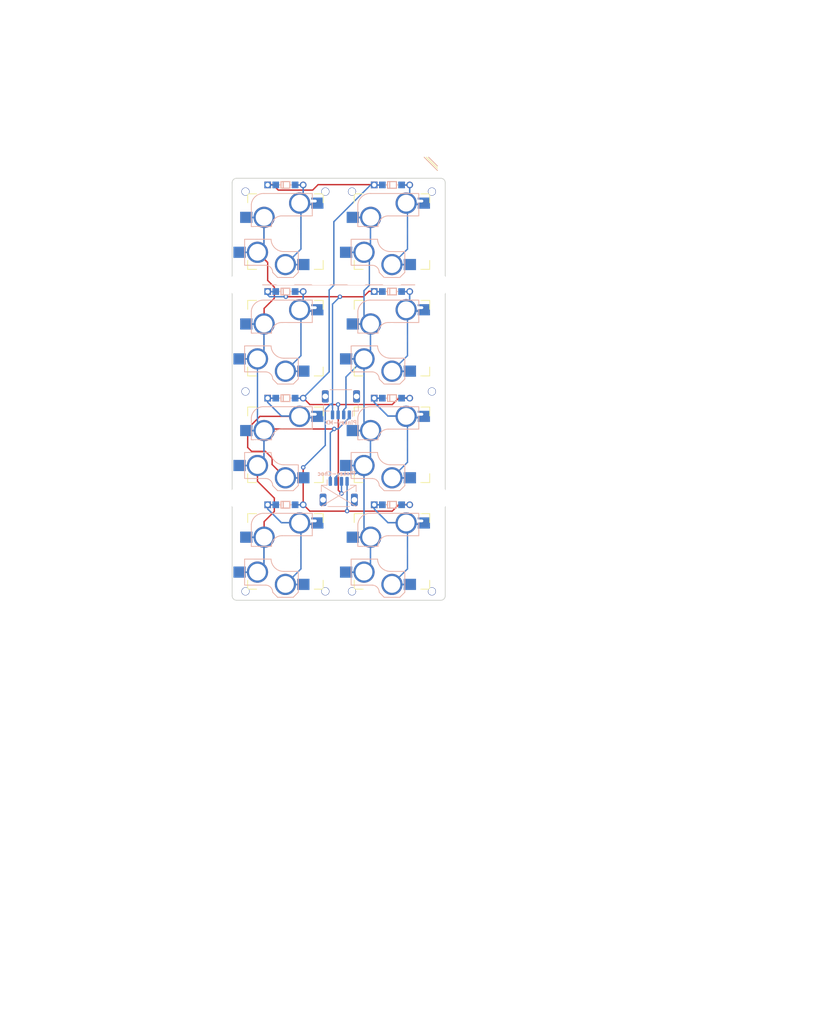
<source format=kicad_pcb>
(kicad_pcb (version 20210228) (generator pcbnew)
  (title_block (rev "1") (company "@e3w2q"))
  (layers (0 "F.Cu" signal) (31 "B.Cu" signal) (34 "B.Paste" user) (35 "F.Paste" user) (36 "B.SilkS" user "B.Silkscreen") (37 "F.SilkS" user "F.Silkscreen") (38 "B.Mask" user) (39 "F.Mask" user) (44 "Edge.Cuts" user))
  (net 0 "")
  (footprint "#footprint:M1.4_tapping_Hole_rev2" (layer "F.Cu") (at 124.077551 98.8711)
    (fp_text reference "H46" hide)
    (fp_text value "MountingHole" hide)
  )
  (footprint "#footprint:diode_TH_SMD_rev3" (layer "F.Cu") (at 112.171251 45.293025)
    (fp_text reference "D17")
    (fp_text value "D" hide)
  )
  (footprint "#footprint:CherryMX_Choc_Hotswap_rev9_test" (layer "F.Cu") (at 112.171251 72.6774)
    (fp_text reference "SW33" hide)
    (fp_text value "SW_Push" hide)
  )
  (footprint "#footprint:diode_TH_SMD_rev3" (layer "F.Cu") (at 131.221251 26.243025)
    (fp_text reference "D14")
    (fp_text value "D" hide)
  )
  (footprint "#footprint:M1.4_tapping_Hole_rev2" (layer "F.Cu") (at 119.315001 98.87115)
    (fp_text reference "H45" hide)
    (fp_text value "MountingHole" hide)
  )
  (footprint "#footprint:CherryMX_Choc_Hotswap_rev9_test" (layer "F.Cu") (at 131.221251 91.7274)
    (fp_text reference "SW38" hide)
    (fp_text value "SW_Push" hide)
  )
  (footprint "#footprint:M2_Nut_Hole_rev2" (layer "F.Cu") (at 105.027501 44.1024)
    (fp_text reference "H12")
    (fp_text value "MountingHole")
  )
  (footprint "#footprint:M1.4_tapping_Hole_rev2" (layer "F.Cu") (at 138.365051 98.8711)
    (fp_text reference "H47" hide)
    (fp_text value "MountingHole" hide)
  )
  (footprint "#footprint:M1.4_tapping_Hole_rev2" (layer "F.Cu") (at 105.027551 98.8711)
    (fp_text reference "H44" hide)
    (fp_text value "MountingHole" hide)
  )
  (footprint "#footprint:diode_TH_SMD_rev3" (layer "F.Cu") (at 112.171251 64.343025)
    (fp_text reference "D33")
    (fp_text value "D" hide)
  )
  (footprint "#footprint:diode_TH_SMD_rev3" (layer "F.Cu") (at 131.221251 83.393025)
    (fp_text reference "D38")
    (fp_text value "D" hide)
  )
  (footprint "#footprint:CherryMX_Choc_Hotswap_rev9_test" (layer "F.Cu") (at 131.221251 34.5774)
    (fp_text reference "SW14" hide)
    (fp_text value "SW_Push" hide)
  )
  (footprint "#footprint:Slit" (layer "F.Cu") (at 118.521251 43.507158 90)
    (fp_text reference "H86")
    (fp_text value "MountingHole")
  )
  (footprint "#footprint:M2_Nut_Hole_rev2" (layer "F.Cu") (at 138.365001 44.1024)
    (fp_text reference "H9")
    (fp_text value "MountingHole")
  )
  (footprint "#footprint:CherryMX_Choc_Hotswap_rev9_test" (layer "F.Cu") (at 112.171251 53.6274)
    (fp_text reference "SW17" hide)
    (fp_text value "SW_Push" hide)
  )
  (footprint "#footprint:CherryMX_Choc_Hotswap_rev9_test" (layer "F.Cu") (at 131.221251 53.6274)
    (fp_text reference "SW18" hide)
    (fp_text value "SW_Push" hide)
  )
  (footprint "#footprint:diode_TH_SMD_rev3" (layer "F.Cu") (at 131.221251 45.293025)
    (fp_text reference "D18")
    (fp_text value "D" hide)
  )
  (footprint "#footprint:Slit" (layer "F.Cu") (at 124.871251 43.507158 90)
    (fp_text reference "H87")
    (fp_text value "MountingHole")
  )
  (footprint "#footprint:M1.4_tapping_Hole_rev2" (layer "F.Cu") (at 105.027551 27.4336)
    (fp_text reference "H34" hide)
    (fp_text value "MountingHole" hide)
  )
  (footprint "#footprint:M1.4_tapping_Hole_rev2" (layer "F.Cu") (at 138.365259 63.15252)
    (fp_text reference "H123" hide)
    (fp_text value "MountingHole" hide)
  )
  (footprint "#footprint:M1.4_tapping_Hole_rev2" (layer "F.Cu") (at 119.315001 27.43365)
    (fp_text reference "H32" hide)
    (fp_text value "MountingHole" hide)
  )
  (footprint "#footprint:Slit" (layer "F.Cu") (at 131.221251 43.507158 90)
    (fp_text reference "H88")
    (fp_text value "MountingHole")
  )
  (footprint "#footprint:M1.4_tapping_Hole_rev2" (layer "F.Cu") (at 124.077501 27.43365)
    (fp_text reference "H33" hide)
    (fp_text value "MountingHole" hide)
  )
  (footprint "#footprint:diode_TH_SMD_rev3" (layer "F.Cu") (at 131.221251 64.343025)
    (fp_text reference "D34")
    (fp_text value "D" hide)
  )
  (footprint "#footprint:M1.4_tapping_Hole_rev2" (layer "F.Cu") (at 105.027501 63.1524)
    (fp_text reference "H122" hide)
    (fp_text value "MountingHole" hide)
  )
  (footprint "#footprint:M2_Nut_Hole_rev2" (layer "F.Cu") (at 105.027501 82.2024)
    (fp_text reference "H11")
    (fp_text value "MountingHole")
  )
  (footprint "#footprint:M1.4_tapping_Hole_rev2" (layer "F.Cu") (at 138.365051 27.4336)
    (fp_text reference "H35" hide)
    (fp_text value "MountingHole" hide)
  )
  (footprint "#footprint:diode_TH_SMD_rev3" (layer "F.Cu") (at 112.171251 83.393025)
    (fp_text reference "D37")
    (fp_text value "D" hide)
  )
  (footprint "#footprint:M1.4_tapping_Hole_rev2" (layer "F.Cu") (at 72.628125 68.2625)
    (fp_text reference "H122" hide)
    (fp_text value "MountingHole" hide)
  )
  (footprint "#footprint:CherryMX_Choc_Hotswap_rev9_test" (layer "F.Cu") (at 112.171251 91.7274)
    (fp_text reference "SW37" hide)
    (fp_text value "SW_Push" hide)
  )
  (footprint "#footprint:diode_TH_SMD_rev3" (layer "F.Cu") (at 112.171251 26.243025)
    (fp_text reference "D13")
    (fp_text value "D" hide)
  )
  (footprint "#footprint:Slit" (layer "F.Cu") (at 112.171251 43.507158 90)
    (fp_text reference "H85")
    (fp_text value "MountingHole")
  )
  (footprint "#footprint:CherryMX_Choc_Hotswap_rev9_test" (layer "F.Cu") (at 112.171251 34.5774)
    (fp_text reference "SW13" hide)
    (fp_text value "SW_Push" hide)
  )
  (footprint "#footprint:M2_Nut_Hole_rev2" (layer "F.Cu") (at 138.365051 82.2024)
    (fp_text reference "H10")
    (fp_text value "MountingHole")
  )
  (footprint "#footprint:CherryMX_Choc_Hotswap_rev9_test" (layer "F.Cu") (at 131.221251 72.6774)
    (fp_text reference "SW34" hide)
    (fp_text value "SW_Push" hide)
  )
  (footprint "#footprint:JST_SH_BM03B-SRSS-TB_1x04-1MP_P1.00mm_Vertical" (layer "B.Cu") (at 122.093126 65.53365 180)
    (fp_text reference "J8")
    (fp_text value "Conn_01x04")
  )
  (footprint "#footprint:JST_SH_BM03B-SRSS-TB_1x04-1MP_P1.00mm_Vertical" (layer "B.Cu") (at 121.696251 81.011775)
    (fp_text reference "J9")
    (fp_text value "Conn_01x04")
  )
  (gr_line (start 137.769689 21.282088) (end 139.357189 22.869588) (layer "B.SilkS") (width 0.15))
  (gr_line (start 105.424551 44.102472) (end 135.587127 44.102472) (layer "B.SilkS") (width 0.15))
  (gr_line (start 136.975939 21.282088) (end 139.357189 23.663338) (layer "B.SilkS") (width 0.15))
  (gr_line (start 136.975939 21.282088) (end 139.357189 23.663338) (layer "F.SilkS") (width 0.15))
  (gr_line (start 137.769689 21.282088) (end 139.357189 22.869588) (layer "F.SilkS") (width 0.15))
  (gr_line (start 137.372814 21.282088) (end 139.357189 23.266463) (layer "F.SilkS") (width 0.15))
  (gr_line (start 102.646251 25.84615) (end 102.646251 99.6649) (layer "Edge.Cuts") (width 0.15))
  (gr_arc (start 103.440001 99.6649) (end 102.646251 99.6649) (angle -90) (layer "Edge.Cuts") (width 0.15))
  (gr_line (start 140.746251 99.6649) (end 140.746251 25.84615) (layer "Edge.Cuts") (width 0.15))
  (gr_arc (start 139.952501 99.6649) (end 140.746251 99.6649) (angle 90) (layer "Edge.Cuts") (width 0.15))
  (gr_arc (start 139.952501 25.84615) (end 139.952501 25.0524) (angle 90) (layer "Edge.Cuts") (width 0.15))
  (gr_line (start 103.440001 100.45865) (end 139.952501 100.45865) (layer "Edge.Cuts") (width 0.15))
  (gr_arc (start 103.440001 25.84615) (end 103.440001 25.0524) (angle -90) (layer "Edge.Cuts") (width 0.15))
  (gr_line (start 139.952501 25.0524) (end 103.440001 25.0524) (layer "Edge.Cuts") (width 0.15))
  (gr_text "Pinkey-Choc" (at 121.299376 77.836775) (layer "B.SilkS") (effects (font (size 0.7 0.7)) (justify mirror)))
  (gr_text "Pinkey-MX" (at 122.093343 68.708784) (layer "B.SilkS") (effects (font (size 0.7 0.7)) (justify mirror)))
  (segment (start 123.183358 84.534375) (end 116.534876 84.534375) (width 0.25) (layer "F.Cu") (net 0))
  (segment (start 123.208056 84.534375) (end 131.271876 84.534375) (width 0.25) (layer "F.Cu") (net 0))
  (segment (start 109.921176 26.195375) (end 108.995876 26.195375) (width 0.25) (layer "F.Cu") (net 0))
  (segment (start 118.012376 26.195375) (end 117.040215 27.167536) (width 0.25) (layer "F.Cu") (net 0))
  (segment (start 108.996251 40.1024) (end 108.599376 39.705525) (width 0.25) (layer "F.Cu") (net 0))
  (segment (start 121.91512 46.227225) (end 126.138726 46.227225) (width 0.25) (layer "F.Cu") (net 0))
  (segment (start 116.534876 84.534375) (end 115.345876 83.345375) (width 0.25) (layer "F.Cu") (net 0))
  (segment (start 105.424376 73.154017) (end 105.424376 69.781998) (width 0.25) (layer "F.Cu") (net 0))
  (segment (start 121.590124 65.484375) (end 116.534876 65.484375) (width 0.25) (layer "F.Cu") (net 0))
  (segment (start 123.195707 84.522026) (end 123.208056 84.534375) (width 0.25) (layer "F.Cu") (net 0))
  (segment (start 110.186876 82.2024) (end 110.186876 84.58365) (width 0.25) (layer "F.Cu") (net 0))
  (segment (start 121.596128 65.484375) (end 131.271876 65.484375) (width 0.25) (layer "F.Cu") (net 0))
  (segment (start 108.361251 48.309275) (end 110.186876 46.48365) (width 0.25) (layer "F.Cu") (net 0))
  (segment (start 120.892332 69.853875) (end 108.596776 69.853875) (width 0.25) (layer "F.Cu") (net 0))
  (segment (start 110.186876 84.58365) (end 108.361251 86.409275) (width 0.25) (layer "F.Cu") (net 0))
  (segment (start 110.186876 44.499275) (end 108.996251 43.30865) (width 0.25) (layer "F.Cu") (net 0))
  (segment (start 109.790001 76.19615) (end 109.790001 75.05865) (width 0.25) (layer "F.Cu") (net 0))
  (segment (start 108.996251 43.30865) (end 108.996251 40.1024) (width 0.25) (layer "F.Cu") (net 0))
  (segment (start 112.171251 78.5774) (end 109.790001 76.19615) (width 0.25) (layer "F.Cu") (net 0))
  (segment (start 122.196365 81.376056) (end 121.627012 80.806703) (width 0.25) (layer "F.Cu") (net 0))
  (segment (start 120.902501 69.843706) (end 120.892332 69.853875) (width 0.25) (layer "F.Cu") (net 0))
  (segment (start 127.120576 45.245375) (end 128.045876 45.245375) (width 0.25) (layer "F.Cu") (net 0))
  (segment (start 108.361251 86.409275) (end 108.361251 89.1874) (width 0.25) (layer "F.Cu") (net 0))
  (segment (start 121.627012 65.515259) (end 121.593126 65.481373) (width 0.25) (layer "F.Cu") (net 0))
  (segment (start 116.534876 65.484375) (end 115.345876 64.295375) (width 0.25) (layer "F.Cu") (net 0))
  (segment (start 121.627012 80.806703) (end 121.627012 65.515259) (width 0.25) (layer "F.Cu") (net 0))
  (segment (start 108.596776 69.853875) (end 108.360876 70.089775) (width 0.25) (layer "F.Cu") (net 0))
  (segment (start 126.138726 46.227225) (end 127.120576 45.245375) (width 0.25) (layer "F.Cu") (net 0))
  (segment (start 105.424376 69.781998) (end 107.608974 67.5974) (width 0.25) (layer "F.Cu") (net 0))
  (segment (start 106.12228 73.851921) (end 105.424376 73.154017) (width 0.25) (layer "F.Cu") (net 0))
  (segment (start 132.460876 83.345375) (end 134.395876 83.345375) (width 0.25) (layer "F.Cu") (net 0))
  (segment (start 107.171251 79.186775) (end 110.186876 82.2024) (width 0.25) (layer "F.Cu") (net 0))
  (segment (start 132.460876 64.295375) (end 134.395876 64.295375) (width 0.25) (layer "F.Cu") (net 0))
  (segment (start 121.593126 65.481373) (end 121.596128 65.484375) (width 0.25) (layer "F.Cu") (net 0))
  (segment (start 110.893337 27.167536) (end 109.921176 26.195375) (width 0.25) (layer "F.Cu") (net 0))
  (segment (start 131.271876 65.484375) (end 132.460876 64.295375) (width 0.25) (layer "F.Cu") (net 0))
  (segment (start 131.271876 84.534375) (end 132.460876 83.345375) (width 0.25) (layer "F.Cu") (net 0))
  (segment (start 128.045876 26.195375) (end 118.012376 26.195375) (width 0.25) (layer "F.Cu") (net 0))
  (segment (start 115.346251 76.730865) (end 115.346251 83.393025) (width 0.25) (layer "F.Cu") (net 0))
  (segment (start 110.186876 46.48365) (end 110.186876 44.499275) (width 0.25) (layer "F.Cu") (net 0))
  (segment (start 123.195707 84.522026) (end 123.183358 84.534375) (width 0.25) (layer "F.Cu") (net 0))
  (segment (start 108.996251 40.1024) (end 107.171251 38.2774) (width 0.25) (layer "F.Cu") (net 0))
  (segment (start 107.608974 67.5974) (end 114.711251 67.5974) (width 0.25) (layer "F.Cu") (net 0))
  (segment (start 115.354147 76.722969) (end 115.346251 76.730865) (width 0.25) (layer "F.Cu") (net 0))
  (segment (start 117.040215 27.167536) (end 110.893337 27.167536) (width 0.25) (layer "F.Cu") (net 0))
  (segment (start 108.583272 73.851921) (end 106.12228 73.851921) (width 0.25) (layer "F.Cu") (net 0))
  (segment (start 108.361251 51.0874) (end 108.361251 48.309275) (width 0.25) (layer "F.Cu") (net 0))
  (segment (start 121.593126 65.481373) (end 121.590124 65.484375) (width 0.25) (layer "F.Cu") (net 0))
  (segment (start 121.905431 46.217536) (end 112.239197 46.217536) (width 0.25) (layer "F.Cu") (net 0))
  (segment (start 107.171251 76.3774) (end 107.171251 79.186775) (width 0.25) (layer "F.Cu") (net 0))
  (segment (start 121.91512 46.227225) (end 121.905431 46.217536) (width 0.25) (layer "F.Cu") (net 0))
  (segment (start 109.790001 75.05865) (end 108.583272 73.851921) (width 0.25) (layer "F.Cu") (net 0))
  (via (at 121.91512 46.227225) (size 0.8) (drill 0.4) (layers "F.Cu" "B.Cu") (net 0))
  (via (at 120.902501 69.843706) (size 0.8) (drill 0.4) (layers "F.Cu" "B.Cu") (net 0))
  (via (at 121.593126 65.481373) (size 0.8) (drill 0.4) (layers "F.Cu" "B.Cu") (net 0))
  (via (at 115.354147 76.722969) (size 0.8) (drill 0.4) (layers "F.Cu" "B.Cu") (net 0))
  (via (at 122.196365 81.376056) (size 0.8) (drill 0.4) (layers "F.Cu" "B.Cu") (net 0))
  (via (at 123.195707 84.522026) (size 0.8) (drill 0.4) (layers "F.Cu" "B.Cu") (net 0))
  (via (at 112.239197 46.217536) (size 0.8) (drill 0.4) (layers "F.Cu" "B.Cu") (net 0))
  (segment (start 131.283976 59.542875) (end 131.220876 59.479775) (width 0.25) (layer "B.Cu") (net 0))
  (segment (start 132.920876 83.408575) (end 134.370876 83.408575) (width 0.25) (layer "B.Cu") (net 0))
  (segment (start 130.506501 86.599775) (end 128.045876 84.13915) (width 0.25) (layer "B.Cu") (net 0))
  (segment (start 116.980976 86.867375) (end 116.985476 86.867375) (width 0.25) (layer "B.Cu") (net 0))
  (segment (start 128.045876 84.13915) (end 128.045876 83.3454) (width 0.25) (layer "B.Cu") (net 0))
  (segment (start 131.220876 78.592875) (end 134.385876 78.592875) (width 0.25) (layer "B.Cu") (net 0))
  (segment (start 133.940376 48.767375) (end 133.735876 48.562875) (width 0.25) (layer "B.Cu") (net 0))
  (segment (start 128.020876 64.358575) (end 128.109076 64.358575) (width 0.25) (layer "B.Cu") (net 0))
  (segment (start 124.220876 31.989775) (end 124.220876 32.052875) (width 0.25) (layer "B.Cu") (net 0))
  (segment (start 103.970876 76.329775) (end 103.970876 76.392875) (width 0.25) (layer "B.Cu") (net 0))
  (segment (start 112.145876 78.5929) (end 115.335876 78.5929) (width 0.25) (layer "B.Cu") (net 0))
  (segment (start 136.062176 48.767375) (end 136.098076 48.767375) (width 0.25) (layer "B.Cu") (net 0))
  (segment (start 108.335876 70.916275) (end 108.360876 70.891275) (width 0.25) (layer "B.Cu") (net 0))
  (segment (start 134.385876 97.642875) (end 134.395876 97.632875) (width 0.25) (layer "B.Cu") (net 0))
  (segment (start 121.593126 65.532125) (end 121.592776 65.532475) (width 0.25) (layer "B.Cu") (net 0))
  (segment (start 136.028476 86.867375) (end 136.030676 86.867375) (width 0.25) (layer "B.Cu") (net 0))
  (segment (start 131.195876 40.4929) (end 134.385876 40.4929) (width 0.25) (layer "B.Cu") (net 0))
  (segment (start 108.335876 37.1029) (end 108.335876 32.0529) (width 0.25) (layer "B.Cu") (net 0))
  (segment (start 115.345876 26.1954) (end 115.345876 28.814775) (width 0.25) (layer "B.Cu") (net 0))
  (segment (start 132.920876 45.308575) (end 133.009076 45.308575) (width 0.25) (layer "B.Cu") (net 0))
  (segment (start 116.985476 48.767375) (end 116.994476 48.767375) (width 0.25) (layer "B.Cu") (net 0))
  (segment (start 117.048376 29.717375) (end 117.192176 29.717375) (width 0.25) (layer "B.Cu") (net 0))
  (segment (start 134.385876 97.6429) (end 134.395876 97.6329) (width 0.25) (layer "B.Cu") (net 0))
  (segment (start 128.020876 83.408575) (end 128.109076 83.408575) (width 0.25) (layer "B.Cu") (net 0))
  (segment (start 131.195876 78.592875) (end 131.220876 78.592875) (width 0.25) (layer "B.Cu") (net 0))
  (segment (start 131.283976 40.492875) (end 131.220876 40.429775) (width 0.25) (layer "B.Cu") (net 0))
  (segment (start 113.870876 45.308575) (end 113.959076 45.308575) (width 0.25) (layer "B.Cu") (net 0))
  (segment (start 109.059076 26.258575) (end 110.382676 26.258575) (width 0.25) (layer "B.Cu") (net 0))
  (segment (start 136.027476 48.767375) (end 136.027576 48.767375) (width 0.25) (layer "B.Cu") (net 0))
  (segment (start 133.760876 86.599775) (end 133.672776 86.599775) (width 0.25) (layer "B.Cu") (net 0))
  (segment (start 112.145876 78.592875) (end 112.233976 78.592875) (width 0.25) (layer "B.Cu") (net 0))
  (segment (start 135.091176 48.767375) (end 135.666576 48.767375) (width 0.25) (layer "B.Cu") (net 0))
  (segment (start 114.890376 48.767375) (end 116.041276 48.767375) (width 0.25) (layer "B.Cu") (net 0))
  (segment (start 134.370876 83.370375) (end 134.370876 83.408575) (width 0.25) (layer "B.Cu") (net 0))
  (segment (start 113.870876 83.408575) (end 113.959076 83.408575) (width 0.25) (layer "B.Cu") (net 0))
  (segment (start 107.145876 76.392875) (end 107.740876 75.797875) (width 0.25) (layer "B.Cu") (net 0))
  (segment (start 114.945772 94.852879) (end 114.945772 86.881921) (width 0.25) (layer "B.Cu") (net 0))
  (segment (start 107.145876 95.4429) (end 108.335876 94.2529) (width 0.25) (layer "B.Cu") (net 0))
  (segment (start 113.959076 64.358575) (end 115.282676 64.358575) (width 0.25) (layer "B.Cu") (net 0))
  (segment (start 109.325557 46.217536) (end 108.996251 45.88823) (width 0.25) (layer "B.Cu") (net 0))
  (segment (start 124.283976 51.102875) (end 124.220876 51.039775) (width 0.25) (layer "B.Cu") (net 0))
  (segment (start 110.445876 45.245375) (end 110.420876 45.270375) (width 0.25) (layer "B.Cu") (net 0))
  (segment (start 126.790876 56.747875) (end 127.385876 56.152875) (width 0.25) (layer "B.Cu") (net 0))
  (segment (start 114.711251 48.5474) (end 114.945772 48.781921) (width 0.25) (layer "B.Cu") (net 0))
  (segment (start 115.335876 97.642875) (end 115.345876 97.632875) (width 0.25) (layer "B.Cu") (net 0))
  (segment (start 124.283976 51.102875) (end 124.195876 51.102875) (width 0.25) (layer "B.Cu") (net 0))
  (segment (start 109.059076 45.308575) (end 108.995876 45.245375) (width 0.25) (layer "B.Cu") (net 0))
  (segment (start 136.027676 29.717375) (end 136.027976 29.717375) (width 0.25) (layer "B.Cu") (net 0))
  (segment (start 115.282676 45.308575) (end 115.320876 45.308575) (width 0.25) (layer "B.Cu") (net 0))
  (segment (start 115.345876 26.195375) (end 115.345876 28.814775) (width 0.25) (layer "B.Cu") (net 0))
  (segment (start 103.945876 95.4429) (end 107.145876 95.4429) (width 0.25) (layer "B.Cu") (net 0))
  (segment (start 131.220876 97.642875) (end 134.385876 97.642875) (width 0.25) (layer "B.Cu") (net 0))
  (segment (start 108.970876 26.258575) (end 109.059076 26.258575) (width 0.25) (layer "B.Cu") (net 0))
  (segment (start 109.059076 83.408575) (end 110.382676 83.408575) (width 0.25) (layer "B.Cu") (net 0))
  (segment (start 131.283976 40.492875) (end 134.385876 40.492875) (width 0.25) (layer "B.Cu") (net 0))
  (segment (start 105.233976 32.052875) (end 105.145876 32.052875) (width 0.25) (layer "B.Cu") (net 0))
  (segment (start 134.395876 26.195375) (end 134.395876 28.814775) (width 0.25) (layer "B.Cu") (net 0))
  (segment (start 108.335876 70.152875) (end 106.733376 70.152875) (width 0.25) (layer "B.Cu") (net 0))
  (segment (start 134.395876 47.864775) (end 133.760876 48.499775) (width 0.25) (layer "B.Cu") (net 0))
  (segment (start 115.345876 87.322875) (end 114.890376 86.867375) (width 0.25) (layer "B.Cu") (net 0))
  (segment (start 108.335876 94.252875) (end 108.335876 90.555575) (width 0.25) (layer "B.Cu") (net 0))
  (segment (start 127.180271 44.17463) (end 127.180271 39.23642) (width 0.25) (layer "B.Cu") (net 0))
  (segment (start 121.593126 65.481373) (end 121.593126 67.33365) (width 0.25) (layer "B.Cu") (net 0))
  (segment (start 133.760876 48.499775) (end 133.735876 48.524775) (width 0.25) (layer "B.Cu") (net 0))
  (segment (start 136.027576 86.867375) (end 136.027676 86.867375) (width 0.25) (layer "B.Cu") (net 0))
  (segment (start 136.028476 48.767375) (end 136.030676 48.767375) (width 0.25) (layer "B.Cu") (net 0))
  (segment (start 123.020876 95.442875) (end 122.995876 95.442875) (width 0.25) (layer "B.Cu") (net 0))
  (segment (start 116.977576 67.817375) (end 116.977676 67.817375) (width 0.25) (layer "B.Cu") (net 0))
  (segment (start 135.091176 29.717375) (end 135.666576 29.717375) (width 0.25) (layer "B.Cu") (net 0))
  (segment (start 113.959076 45.308575) (end 113.895876 45.245375) (width 0.25) (layer "B.Cu") (net 0))
  (segment (start 114.945772 86.881921) (end 114.711251 86.6474) (width 0.25) (layer "B.Cu") (net 0))
  (segment (start 122.995876 66.035875) (end 122.592776 66.438975) (width 0.25) (layer "B.Cu") (net 0))
  (segment (start 108.335876 89.202875) (end 105.170876 89.202875) (width 0.25) (layer "B.Cu") (net 0))
  (segment (start 114.710876 86.599775) (end 111.456501 86.599775) (width 0.25) (layer "B.Cu") (net 0))
  (segment (start 115.335876 78.592875) (end 115.345876 78.582875) (width 0.25) (layer "B.Cu") (net 0))
  (segment (start 116.978776 86.867375) (end 116.980976 86.867375) (width 0.25) (layer "B.Cu") (net 0))
  (segment (start 124.195876 89.2029) (end 127.385876 89.2029) (width 0.25) (layer "B.Cu") (net 0))
  (segment (start 105.170876 70.152875) (end 105.145876 70.152875) (width 0.25) (layer "B.Cu") (net 0))
  (segment (start 136.028476 67.817375) (end 136.030676 67.817375) (width 0.25) (layer "B.Cu") (net 0))
  (segment (start 105.170876 70.089775) (end 105.170876 70.152875) (width 0.25) (layer "B.Cu") (net 0))
  (segment (start 130.506476 86.599775) (end 128.045876 84.139175) (width 0.25) (layer "B.Cu") (net 0))
  (segment (start 136.030676 29.717375) (end 136.035176 29.717375) (width 0.25) (layer "B.Cu") (net 0))
  (segment (start 128.109076 45.308575) (end 129.432676 45.308575) (width 0.25) (layer "B.Cu") (net 0))
  (segment (start 122.196365 81.376056) (end 122.196251 81.375942) (width 0.25) (layer "B.Cu") (net 0))
  (segment (start 127.385876 51.866275) (end 127.385876 51.102875) (width 0.25) (layer "B.Cu") (net 0))
  (segment (start 134.395876 87.322875) (end 133.940376 86.867375) (width 0.25) (layer "B.Cu") (net 0))
  (segment (start 117.048376 67.817375) (end 117.192176 67.817375) (width 0.25) (layer "B.Cu") (net 0))
  (segment (start 110.382676 26.258575) (end 110.420876 26.258575) (width 0.25) (layer "B.Cu") (net 0))
  (segment (start 108.360876 90.530575) (end 108.360876 89.139775) (width 0.25) (layer "B.Cu") (net 0))
  (segment (start 115.345876 30.172875) (end 114.890376 29.717375) (width 0.25) (layer "B.Cu") (net 0))
  (segment (start 127.385876 94.2529) (end 127.385876 89.2029) (width 0.25) (layer "B.Cu") (net 0))
  (segment (start 116.977676 48.767375) (end 116.978776 48.767375) (width 0.25) (layer "B.Cu") (net 0))
  (segment (start 128.109076 83.408575) (end 129.432676 83.408575) (width 0.25) (layer "B.Cu") (net 0))
  (segment (start 134.385876 40.492875) (end 134.395876 40.482875) (width 0.25) (layer "B.Cu") (net 0))
  (segment (start 123.083976 76.392875) (end 123.020876 76.329775) (width 0.25) (layer "B.Cu") (net 0))
  (segment (start 108.335876 70.916275) (end 108.335876 70.152875) (width 0.25) (layer "B.Cu") (net 0))
  (segment (start 133.760876 29.449775) (end 133.735876 29.474775) (width 0.25) (layer "B.Cu") (net 0))
  (segment (start 131.195876 97.642875) (end 131.220876 97.642875) (width 0.25) (layer "B.Cu") (net 0))
  (segment (start 136.044176 86.867375) (end 136.062176 86.867375) (width 0.25) (layer "B.Cu") (net 0))
  (segment (start 136.030676 86.867375) (end 136.035176 86.867375) (width 0.25) (layer "B.Cu") (net 0))
  (segment (start 108.335876 51.064775) (end 108.335876 51.102875) (width 0.25) (layer "B.Cu") (net 0))
  (segment (start 133.995772 37.702879) (end 131.221251 40.4774) (width 0.25) (layer "B.Cu") (net 0))
  (segment (start 114.890376 86.867375) (end 114.685876 86.662875) (width 0.25) (layer "B.Cu") (net 0))
  (segment (start 112.145876 40.4929) (end 115.335876 40.4929) (width 0.25) (layer "B.Cu") (net 0))
  (segment (start 136.044176 48.767375) (end 136.062176 48.767375) (width 0.25) (layer "B.Cu") (net 0))
  (segment (start 116.041276 67.817375) (end 116.616776 67.817375) (width 0.25) (layer "B.Cu") (net 0))
  (segment (start 113.870876 83.408575) (end 115.320876 83.408575) (width 0.25) (layer "B.Cu") (net 0))
  (segment (start 127.385876 70.152875) (end 125.803376 70.152875) (width 0.25) (layer "B.Cu") (net 0))
  (segment (start 103.970876 95.379775) (end 103.970876 95.442875) (width 0.25) (layer "B.Cu") (net 0))
  (segment (start 108.970876 83.408575) (end 110.420876 83.408575) (width 0.25) (layer "B.Cu") (net 0))
  (segment (start 133.940396 29.71742) (end 136.242221 29.71742) (width 0.25) (layer "B.Cu") (net 0))
  (segment (start 122.196251 81.375942) (end 122.196251 79.211775) (width 0.25) (layer "B.Cu") (net 0))
  (segment (start 108.335876 51.102875) (end 108.070476 51.102875) (width 0.25) (layer "B.Cu") (net 0))
  (segment (start 116.985476 67.817375) (end 116.994476 67.817375) (width 0.25) (layer "B.Cu") (net 0))
  (segment (start 136.027476 67.817375) (end 136.027576 67.817375) (width 0.25) (layer "B.Cu") (net 0))
  (segment (start 114.890396 48.76742) (end 117.192221 48.76742) (width 0.25) (layer "B.Cu") (net 0))
  (segment (start 127.385876 75.202875) (end 127.385876 70.916275) (width 0.25) (layer "B.Cu") (net 0))
  (segment (start 127.410876 31.989775) (end 127.385876 32.014775) (width 0.25) (layer "B.Cu") (net 0))
  (segment (start 114.890376 29.717375) (end 116.041276 29.717375) (width 0.25) (layer "B.Cu") (net 0))
  (segment (start 127.385876 32.052875) (end 124.220876 32.052875) (width 0.25) (layer "B.Cu") (net 0))
  (segment (start 106.495976 38.292875) (end 107.145876 38.292875) (width 0.25) (layer "B.Cu") (net 0))
  (segment (start 108.970876 45.308575) (end 110.420876 45.308575) (width 0.25) (layer "B.Cu") (net 0))
  (segment (start 116.977076 29.717375) (end 116.977376 29.717375) (width 0.25) (layer "B.Cu") (net 0))
  (segment (start 136.028476 29.717375) (end 136.030676 29.717375) (width 0.25) (layer "B.Cu") (net 0))
  (segment (start 136.062176 29.717375) (end 136.098076 29.717375) (width 0.25) (layer "B.Cu") (net 0))
  (segment (start 131.283976 59.542875) (end 134.385876 59.542875) (width 0.25) (layer "B.Cu") (net 0))
  (segment (start 134.385876 78.592875) (end 134.395876 78.582875) (width 0.25) (layer "B.Cu") (net 0))
  (segment (start 112.233976 40.492875) (end 112.170876 40.429775) (width 0.25) (layer "B.Cu") (net 0))
  (segment (start 136.026176 67.817375) (end 136.027376 67.817375) (width 0.25) (layer "B.Cu") (net 0))
  (segment (start 117.012476 86.867375) (end 117.048376 86.867375) (width 0.25) (layer "B.Cu") (net 0))
  (segment (start 114.890396 86.86742) (end 117.192221 86.86742) (width 0.25) (layer "B.Cu") (net 0))
  (segment (start 134.395876 26.1954) (end 134.395876 28.814775) (width 0.25) (layer "B.Cu") (net 0))
  (segment (start 103.970876 57.342875) (end 107.145876 57.342875) (width 0.25) (layer "B.Cu") (net 0))
  (segment (start 127.385876 70.916275) (end 127.385876 70.152875) (width 0.25) (layer "B.Cu") (net 0))
  (segment (start 122.995876 61.852775) (end 122.995876 60.552775) (width 0.25) (layer "B.Cu") (net 0))
  (segment (start 120.593126 65.224275) (end 120.593126 65.44615) (width 0.25) (layer "B.Cu") (net 0))
  (segment (start 113.959076 83.408575) (end 115.282676 83.408575) (width 0.25) (layer "B.Cu") (net 0))
  (segment (start 115.345876 28.814775) (end 114.710876 29.449775) (width 0.25) (layer "B.Cu") (net 0))
  (segment (start 112.145876 59.5429) (end 115.335876 59.5429) (width 0.25) (layer "B.Cu") (net 0))
  (segment (start 119.990776 45.014125) (end 120.830271 44.17463) (width 0.25) (layer "B.Cu") (net 0))
  (segment (start 126.220876 45.134025) (end 127.180271 44.17463) (width 0.25) (layer "B.Cu") (net 0))
  (segment (start 115.282676 45.308575) (end 115.345876 45.245375) (width 0.25) (layer "B.Cu") (net 0))
  (segment (start 108.970876 64.358575) (end 109.059076 64.358575) (width 0.25) (layer "B.Cu") (net 0))
  (segment (start 136.027576 29.717375) (end 136.027676 29.717375) (width 0.25) (layer "B.Cu") (net 0))
  (segment (start 117.012476 29.717375) (end 117.048376 29.717375) (width 0.25) (layer "B.Cu") (net 0))
  (segment (start 129.495876 26.195375) (end 129.470876 26.220375) (width 0.25) (layer "B.Cu") (net 0))
  (segment (start 135.666576 29.717375) (end 135.954276 29.717375) (width 0.25) (layer "B.Cu") (net 0))
  (segment (start 110.382676 26.258575) (end 110.445876 26.195375) (width 0.25) (layer "B.Cu") (net 0))
  (segment (start 122.592776 66.438975) (end 122.592776 67.285975) (width 0.25) (layer "B.Cu") (net 0))
  (segment (start 127.385876 89.164775) (end 127.385876 89.202875) (width 0.25) (layer "B.Cu") (net 0))
  (segment (start 116.977376 29.717375) (end 116.977476 29.717375) (width 0.25) (layer "B.Cu") (net 0))
  (segment (start 133.940376 67.817375) (end 135.091176 67.817375) (width 0.25) (layer "B.Cu") (net 0))
  (segment (start 115.345876 47.864775) (end 114.710876 48.499775) (width 0.25) (layer "B.Cu") (net 0))
  (segment (start 107.702776 56.747875) (end 107.170876 57.279775) (width 0.25) (layer "B.Cu") (net 0))
  (segment (start 129.432676 83.408575) (end 129.470876 83.408575) (width 0.25) (layer "B.Cu") (net 0))
  (segment (start 127.385876 89.202875) (end 127.385876 94.252875) (width 0.25) (layer "B.Cu") (net 0))
  (segment (start 117.048376 86.867375) (end 117.192176 86.867375) (width 0.25) (layer "B.Cu") (net 0))
  (segment (start 106.733376 70.152875) (end 105.170876 70.152875) (width 0.25) (layer "B.Cu") (net 0))
  (segment (start 114.710876 48.499775) (end 114.685876 48.524775) (width 0.25) (layer "B.Cu") (net 0))
  (segment (start 133.735876 29.474775) (end 133.735876 29.512875) (width 0.25) (layer "B.Cu") (net 0))
  (segment (start 131.195876 59.5429) (end 134.385876 59.5429) (width 0.25) (layer "B.Cu") (net 0))
  (segment (start 115.282676 64.358575) (end 115.320876 64.358575) (width 0.25) (layer "B.Cu") (net 0))
  (segment (start 133.940396 48.76742) (end 136.242221 48.76742) (width 0.25) (layer "B.Cu") (net 0))
  (segment (start 123.020876 95.379775) (end 123.020876 95.442875) (width 0.25) (layer "B.Cu") (net 0))
  (segment (start 123.020876 38.229775) (end 123.020876 38.292875) (width 0.25) (layer "B.Cu") (net 0))
  (segment (start 116.980976 29.717375) (end 116.985476 29.717375) (width 0.25) (layer "B.Cu") (net 0))
  (segment (start 112.171251 97.6274) (end 114.945772 94.852879) (width 0.25) (layer "B.Cu") (net 0))
  (segment (start 131.220876 97.579775) (end 131.220876 97.642875) (width 0.25) (layer "B.Cu") (net 0))
  (segment (start 105.145876 32.0529) (end 108.335876 32.0529) (width 0.25) (layer "B.Cu") (net 0))
  (segment (start 103.970876 76.392875) (end 106.495976 76.392875) (width 0.25) (layer "B.Cu") (net 0))
  (segment (start 116.977476 29.717375) (end 116.977576 29.717375) (width 0.25) (layer "B.Cu") (net 0))
  (segment (start 128.045876 84.139175) (end 128.045876 83.345375) (width 0.25) (layer "B.Cu") (net 0))
  (segment (start 133.940376 86.867375) (end 133.735876 86.662875) (width 0.25) (layer "B.Cu") (net 0))
  (segment (start 116.904476 48.767375) (end 116.976476 48.767375) (width 0.25) (layer "B.Cu") (net 0))
  (segment (start 134.395876 30.1729) (end 133.735876 29.5129) (width 0.25) (layer "B.Cu") (net 0))
  (segment (start 103.945876 76.3929) (end 107.145876 76.3929) (width 0.25) (layer "B.Cu") (net 0))
  (segment (start 110.382676 64.358575) (end 110.420876 64.358575) (width 0.25) (layer "B.Cu") (net 0))
  (segment (start 111.456501 67.549775) (end 108.995876 65.08915) (width 0.25) (layer "B.Cu") (net 0))
  (segment (start 129.432676 64.358575) (end 129.470876 64.358575) (width 0.25) (layer "B.Cu") (net 0))
  (segment (start 116.980976 67.817375) (end 116.985476 67.817375) (width 0.25) (layer "B.Cu") (net 0))
  (segment (start 136.027976 29.717375) (end 136.028476 29.717375) (width 0.25) (layer "B.Cu") (net 0))
  (segment (start 132.920876 64.358575) (end 133.009076 64.358575) (width 0.25) (layer "B.Cu") (net 0))
  (segment (start 107.171251 57.3274) (end 107.171251 68.9474) (width 0.25) (layer "B.Cu") (net 0))
  (segment (start 107.702776 94.847875) (end 107.170876 95.379775) (width 0.25) (layer "B.Cu") (net 0))
  (segment (start 134.395876 87.3229) (end 133.735876 86.6629) (width 0.25) (layer "B.Cu") (net 0))
  (segment (start 116.977576 48.767375) (end 116.977676 48.767375) (width 0.25) (layer "B.Cu") (net 0))
  (segment (start 120.371251 65.44615) (end 120.593126 65.224275) (width 0.25) (layer "B.Cu") (net 0))
  (segment (start 134.332676 26.258575) (end 134.395876 26.195375) (width 0.25) (layer "B.Cu") (net 0))
  (segment (start 108.335876 94.2529) (end 108.335876 89.2029) (width 0.25) (layer "B.Cu") (net 0))
  (segment (start 134.395876 45.245375) (end 134.395876 46.555075) (width 0.25) (layer "B.Cu") (net 0))
  (segment (start 108.335876 37.102875) (end 108.335876 32.816275) (width 0.25) (layer "B.Cu") (net 0))
  (segment (start 135.954276 86.867375) (end 136.026176 86.867375) (width 0.25) (layer "B.Cu") (net 0))
  (segment (start 120.196251 79.211775) (end 120.196251 70.549956) (width 0.25) (layer "B.Cu") (net 0))
  (segment (start 107.740876 56.747875) (end 107.702776 56.747875) (width 0.25) (layer "B.Cu") (net 0))
  (segment (start 116.977576 86.867375) (end 116.977676 86.867375) (width 0.25) (layer "B.Cu") (net 0))
  (segment (start 136.027376 29.717375) (end 136.027476 29.717375) (width 0.25) (layer "B.Cu") (net 0))
  (segment (start 114.622776 86.599775) (end 114.685876 86.662875) (width 0.25) (layer "B.Cu") (net 0))
  (segment (start 129.432676 45.308575) (end 129.495876 45.245375) (width 0.25) (layer "B.Cu") (net 0))
  (segment (start 126.220876 50.458175) (end 126.220876 45.134025) (width 0.25) (layer "B.Cu") (net 0))
  (segment (start 128.020876 45.308575) (end 129.470876 45.308575) (width 0.25) (layer "B.Cu") (net 0))
  (segment (start 122.995876 60.552775) (end 126.221251 57.3274) (width 0.25) (layer "B.Cu") (net 0))
  (segment (start 133.940396 86.86742) (end 136.242221 86.86742) (width 0.25) (layer "B.Cu") (net 0))
  (segment (start 114.711251 29.4974) (end 114.945772 29.731921) (width 0.25) (layer "B.Cu") (net 0))
  (segment (start 114.945772 56.752879) (end 112.171251 59.5274) (width 0.25) (layer "B.Cu") (net 0))
  (segment (start 114.890376 48.767375) (end 114.685876 48.562875) (width 0.25) (layer "B.Cu") (net 0))
  (segment (start 126.790876 75.797875) (end 126.752776 75.797875) (width 0.25) (layer "B.Cu") (net 0))
  (segment (start 132.920876 83.408575) (end 133.009076 83.408575) (width 0.25) (layer "B.Cu") (net 0))
  (segment (start 134.385876 40.4929) (end 134.395876 40.4829) (width 0.25) (layer "B.Cu") (net 0))
  (segment (start 133.940376 67.817375) (end 133.735876 67.612875) (width 0.25) (layer "B.Cu") (net 0))
  (segment (start 134.385876 59.542875) (end 134.395876 59.532875) (width 0.25) (layer "B.Cu") (net 0))
  (segment (start 108.970876 45.308575) (end 109.059076 45.308575) (width 0.25) (layer "B.Cu") (net 0))
  (segment (start 126.221251 87.9974) (end 127.411251 89.1874) (width 0.25) (layer "B.Cu") (net 0))
  (segment (start 113.959076 26.258575) (end 113.895876 26.195375) (width 0.25) (layer "B.Cu") (net 0))
  (segment (start 127.385876 37.1029) (end 127.385876 32.0529) (width 0.25) (layer "B.Cu") (net 0))
  (segment (start 124.761876 77.836775) (end 126.221251 76.3774) (width 0.25) (layer "B.Cu") (net 0))
  (segment (start 116.904476 86.867375) (end 116.976476 86.867375) (width 0.25) (layer "B.Cu") (net 0))
  (segment (start 113.959076 26.258575) (end 115.282676 26.258575) (width 0.25) (layer "B.Cu") (net 0))
  (segment (start 112.239197 46.217536) (end 109.325557 46.217536) (width 0.25) (layer "B.Cu") (net 0))
  (segment (start 131.195876 59.542875) (end 131.283976 59.542875) (width 0.25) (layer "B.Cu") (net 0))
  (segment (start 116.977576 29.717375) (end 116.977676 29.717375) (width 0.25) (layer "B.Cu") (net 0))
  (segment (start 116.985476 86.867375) (end 116.994476 86.867375) (width 0.25) (layer "B.Cu") (net 0))
  (segment (start 119.295762 72.776381) (end 119.295762 66.346639) (width 0.25) (layer "B.Cu") (net 0))
  (segment (start 136.027376 86.867375) (end 136.027476 86.867375) (width 0.25) (layer "B.Cu") (net 0))
  (segment (start 133.995772 48.781921) (end 133.995772 56.752879) (width 0.25) (layer "B.Cu") (net 0))
  (segment (start 105.145876 70.1529) (end 108.335876 70.1529) (width 0.25) (layer "B.Cu") (net 0))
  (segment (start 116.976476 48.767375) (end 116.977076 48.767375) (width 0.25) (layer "B.Cu") (net 0))
  (segment (start 108.360876 51.039775) (end 108.335876 51.064775) (width 0.25) (layer "B.Cu") (net 0))
  (segment (start 123.592776 67.848375) (end 123.592776 67.285975) (width 0.25) (layer "B.Cu") (net 0))
  (segment (start 107.145876 57.342875) (end 107.740876 56.747875) (width 0.25) (layer "B.Cu") (net 0))
  (segment (start 126.790876 94.847875) (end 126.195876 95.442875) (width 0.25) (layer "B.Cu") (net 0))
  (segment (start 132.133676 67.549775) (end 130.506476 67.549775) (width 0.25) (layer "B.Cu") (net 0))
  (segment (start 128.109076 45.308575) (end 128.045876 45.245375) (width 0.25) (layer "B.Cu") (net 0))
  (segment (start 115.335876 40.492875) (end 115.345876 40.482875) (width 0.25) (layer "B.Cu") (net 0))
  (segment (start 112.145876 97.642875) (end 112.233976 97.642875) (width 0.25) (layer "B.Cu") (net 0))
  (segment (start 133.940376 48.767375) (end 135.091176 48.767375) (width 0.25) (layer "B.Cu") (net 0))
  (segment (start 108.995876 84.139175) (end 108.995876 83.345375) (width 0.25) (layer "B.Cu") (net 0))
  (segment (start 109.059076 45.308575) (end 110.420876 45.308575) (width 0.25) (layer "B.Cu") (net 0))
  (segment (start 108.335876 56.1529) (end 108.335876 51.1029) (width 0.25) (layer "B.Cu") (net 0))
  (segment (start 131.220876 78.529775) (end 131.220876 78.592875) (width 0.25) (layer "B.Cu") (net 0))
  (segment (start 114.890376 86.867375) (end 116.041276 86.867375) (width 0.25) (layer "B.Cu") (net 0))
  (segment (start 115.335876 78.5929) (end 115.345876 78.5829) (width 0.25) (layer "B.Cu") (net 0))
  (segment (start 114.890396 67.81742) (end 117.192221 67.81742) (width 0.25) (layer "B.Cu") (net 0))
  (segment (start 114.685876 48.524775) (end 114.685876 48.562875) (width 0.25) (layer "B.Cu") (net 0))
  (segment (start 130.506476 67.549775) (end 128.045876 65.089175) (width 0.25) (layer "B.Cu") (net 0))
  (segment (start 108.335876 32.052875) (end 105.233976 32.052875) (width 0.25) (layer "B.Cu") (net 0))
  (segment (start 104.033976 38.292875) (end 106.495976 38.292875) (width 0.25) (layer "B.Cu") (net 0))
  (segment (start 128.045876 65.08915) (end 128.045876 64.2954) (width 0.25) (layer "B.Cu") (net 0))
  (segment (start 136.044176 29.717375) (end 136.062176 29.717375) (width 0.25) (layer "B.Cu") (net 0))
  (segment (start 108.335876 56.152875) (end 108.335876 51.102875) (width 0.25) (layer "B.Cu") (net 0))
  (segment (start 136.026176 29.717375) (end 136.027376 29.717375) (width 0.25) (layer "B.Cu") (net 0))
  (segment (start 115.345876 30.1729) (end 114.685876 29.5129) (width 0.25) (layer "B.Cu") (net 0))
  (segment (start 112.145876 59.542875) (end 112.233976 59.542875) (width 0.25) (layer "B.Cu") (net 0))
  (segment (start 115.282676 26.258575) (end 115.320876 26.258575) (width 0.25) (layer "B.Cu") (net 0))
  (segment (start 104.033976 38.292875) (end 103.970876 38.229775) (width 0.25) (layer "B.Cu") (net 0))
  (segment (start 116.978776 48.767375) (end 116.980976 48.767375) (width 0.25) (layer "B.Cu") (net 0))
  (segment (start 108.335876 75.2029) (end 108.335876 70.1529) (width 0.25) (layer "B.Cu") (net 0))
  (segment (start 126.195876 76.392875) (end 126.790876 75.797875) (width 0.25) (layer "B.Cu") (net 0))
  (segment (start 105.170876 89.202875) (end 105.145876 89.202875) (width 0.25) (layer "B.Cu") (net 0))
  (segment (start 126.195876 38.292875) (end 126.790876 37.697875) (width 0.25) (layer "B.Cu") (net 0))
  (segment (start 112.145876 97.6429) (end 115.335876 97.6429) (width 0.25) (layer "B.Cu") (net 0))
  (segment (start 136.026176 48.767375) (end 136.027376 48.767375) (width 0.25) (layer "B.Cu") (net 0))
  (segment (start 129.432676 83.408575) (end 129.495876 83.345375) (width 0.25) (layer "B.Cu") (net 0))
  (segment (start 110.382676 64.358575) (end 110.445876 64.295375) (width 0.25) (layer "B.Cu") (net 0))
  (segment (start 136.027976 48.767375) (end 136.028476 48.767375) (width 0.25) (layer "B.Cu") (net 0))
  (segment (start 116.980976 48.767375) (end 116.985476 48.767375) (width 0.25) (layer "B.Cu") (net 0))
  (segment (start 130.506501 67.549775) (end 128.045876 65.08915) (width 0.25) (layer "B.Cu") (net 0))
  (segment (start 126.195876 76.3929) (end 127.385876 75.2029) (width 0.25) (layer "B.Cu") (net 0))
  (segment (start 115.345876 45.2454) (end 115.345876 47.864775) (width 0.25) (layer "B.Cu") (net 0))
  (segment (start 126.752776 56.747875) (end 126.220876 57.279775) (width 0.25) (layer "B.Cu") (net 0))
  (segment (start 132.920876 26.258575) (end 133.009076 26.258575) (width 0.25) (layer "B.Cu") (net 0))
  (segment (start 110.420876 45.270375) (end 110.420876 45.308575) (width 0.25) (layer "B.Cu") (net 0))
  (segment (start 124.220876 89.202875) (end 127.385876 89.202875) (width 0.25) (layer "B.Cu") (net 0))
  (segment (start 120.593126 47.549919) (end 120.593126 65.224275) (width 0.25) (layer "B.Cu") (net 0))
  (segment (start 108.996251 45.88823) (end 108.996251 45.293025) (width 0.25) (layer "B.Cu") (net 0))
  (segment (start 112.233976 97.642875) (end 115.335876 97.642875) (width 0.25) (layer "B.Cu") (net 0))
  (segment (start 115.335876 97.6429) (end 115.345876 97.6329) (width 0.25) (layer "B.Cu") (net 0))
  (segment (start 133.995772 94.852879) (end 131.221251 97.6274) (width 0.25) (layer "B.Cu") (net 0))
  (segment (start 120.830271 44.17463) (end 120.830271 32.820281) (width 0.25) (layer "B.Cu") (net 0))
  (segment (start 120.196251 70.549956) (end 120.902501 69.843706) (width 0.25) (layer "B.Cu") (net 0))
  (segment (start 128.020876 26.258575) (end 129.470876 26.258575) (width 0.25) (layer "B.Cu") (net 0))
  (segment (start 126.790876 75.797875) (end 127.385876 75.202875) (width 0.25) (layer "B.Cu") (net 0))
  (segment (start 113.870876 64.358575) (end 115.320876 64.358575) (width 0.25) (layer "B.Cu") (net 0))
  (segment (start 120.593126 65.44615) (end 120.593126 66.018025) (width 0.25) (layer "B.Cu") (net 0))
  (segment (start 115.345876 45.245375) (end 115.345876 47.864775) (width 0.25) (layer "B.Cu") (net 0))
  (segment (start 134.395876 68.2729) (end 133.735876 67.6129) (width 0.25) (layer "B.Cu") (net 0))
  (segment (start 106.495976 76.392875) (end 107.145876 76.392875) (width 0.25) (layer "B.Cu") (net 0))
  (segment (start 136.027676 48.767375) (end 136.027976 48.767375) (width 0.25) (layer "B.Cu") (net 0))
  (segment (start 114.710876 67.549775) (end 114.622776 67.549775) (width 0.25) (layer "B.Cu") (net 0))
  (segment (start 127.410876 70.891275) (end 127.410876 70.089775) (width 0.25) (layer "B.Cu") (net 0))
  (segment (start 103.945876 76.392875) (end 103.970876 76.392875) (width 0.25) (layer "B.Cu") (net 0))
  (segment (start 136.035176 48.767375) (end 136.044176 48.767375) (width 0.25) (layer "B.Cu") (net 0))
  (segment (start 114.890376 67.817375) (end 114.685876 67.612875) (width 0.25) (layer "B.Cu") (net 0))
  (segment (start 124.220876 89.139775) (end 124.220876 89.202875) (width 0.25) (layer "B.Cu") (net 0))
  (segment (start 121.91512 46.227225) (end 120.592776 47.549569) (width 0.25) (layer "B.Cu") (net 0))
  (segment (start 122.995876 57.304775) (end 123.020876 57.279775) (width 0.25) (layer "B.Cu") (net 0))
  (segment (start 124.220876 70.152875) (end 124.195876 70.152875) (width 0.25) (layer "B.Cu") (net 0))
  (segment (start 115.345876 47.864775) (end 114.710876 48.499775) (width 0.25) (layer "B.Cu") (net 0))
  (segment (start 107.145876 76.3929) (end 108.335876 75.2029) (width 0.25) (layer "B.Cu") (net 0))
  (segment (start 109.059076 64.358575) (end 110.382676 64.358575) (width 0.25) (layer "B.Cu") (net 0))
  (segment (start 121.196251 78.411775) (end 121.771251 77.836775) (width 0.25) (layer "B.Cu") (net 0))
  (segment (start 136.035176 67.817375) (end 136.044176 67.817375) (width 0.25) (layer "B.Cu") (net 0))
  (segment (start 115.345876 28.814775) (end 114.710876 29.449775) (width 0.25) (layer "B.Cu") (net 0))
  (segment (start 107.740876 75.797875) (end 108.335876 75.202875) (width 0.25) (layer "B.Cu") (net 0))
  (segment (start 108.360876 32.791275) (end 108.360876 31.989775) (width 0.25) (layer "B.Cu") (net 0))
  (segment (start 108.970876 26.258575) (end 110.420876 26.258575) (width 0.25) (layer "B.Cu") (net 0))
  (segment (start 132.196776 67.612875) (end 133.735876 67.612875) (width 0.25) (layer "B.Cu") (net 0))
  (segment (start 134.395876 45.2454) (end 134.395876 47.864775) (width 0.25) (layer "B.Cu") (net 0))
  (segment (start 116.904476 67.817375) (end 116.976476 67.817375) (width 0.25) (layer "B.Cu") (net 0))
  (segment (start 103.945876 38.2929) (end 107.145876 38.2929) (width 0.25) (layer "B.Cu") (net 0))
  (segment (start 133.761251 67.5974) (end 133.995772 67.831921) (width 0.25) (layer "B.Cu") (net 0))
  (segment (start 114.710876 29.449775) (end 114.685876 29.474775) (width 0.25) (layer "B.Cu") (net 0))
  (segment (start 133.009076 26.258575) (end 132.945876 26.195375) (width 0.25) (layer "B.Cu") (net 0))
  (segment (start 114.945772 37.702879) (end 112.171251 40.4774) (width 0.25) (layer "B.Cu") (net 0))
  (segment (start 126.221251 76.3774) (end 126.221251 87.9974) (width 0.25) (layer "B.Cu") (net 0))
  (segment (start 105.170876 89.139775) (end 105.170876 89.202875) (width 0.25) (layer "B.Cu") (net 0))
  (segment (start 115.345876 49.222875) (end 114.890376 48.767375) (width 0.25) (layer "B.Cu") (net 0))
  (segment (start 122.995876 38.2929) (end 126.195876 38.2929) (width 0.25) (layer "B.Cu") (net 0))
  (segment (start 116.976476 67.817375) (end 116.977076 67.817375) (width 0.25) (layer "B.Cu") (net 0))
  (segment (start 107.740876 56.747875) (end 108.335876 56.152875) (width 0.25) (layer "B.Cu") (net 0))
  (segment (start 133.995772 56.752879) (end 131.221251 59.5274) (width 0.25) (layer "B.Cu") (net 0))
  (segment (start 135.666576 48.767375) (end 135.954276 48.767375) (width 0.25) (layer "B.Cu") (net 0))
  (segment (start 116.976476 86.867375) (end 116.977076 86.867375) (width 0.25) (layer "B.Cu") (net 0))
  (segment (start 114.710876 67.549775) (end 111.456501 67.549775) (width 0.25) (layer "B.Cu") (net 0))
  (segment (start 134.370876 64.320375) (end 134.370876 64.358575) (width 0.25) (layer "B.Cu") (net 0))
  (segment (start 126.221251 57.3274) (end 126.221251 68.9474) (width 0.25) (layer "B.Cu") (net 0))
  (segment (start 129.432676 45.308575) (end 129.470876 45.308575) (width 0.25) (layer "B.Cu") (net 0))
  (segment (start 114.945772 29.731921) (end 114.945772 37.702879) (width 0.25) (layer "B.Cu") (net 0))
  (segment (start 105.233976 51.102875) (end 105.170876 51.039775) (width 0.25) (layer "B.Cu") (net 0))
  (segment (start 120.593126 65.44615) (end 120.196251 65.44615) (width 0.25) (layer "B.Cu") (net 0))
  (segment (start 115.282676 64.358575) (end 119.990776 59.650475) (width 0.25) (layer "B.Cu") (net 0))
  (segment (start 133.009076 45.308575) (end 134.370876 45.308575) (width 0.25) (layer "B.Cu") (net 0))
  (segment (start 103.945876 57.342875) (end 103.970876 57.342875) (width 0.25) (layer "B.Cu") (net 0))
  (segment (start 134.395876 30.172875) (end 133.940376 29.717375) (width 0.25) (layer "B.Cu") (net 0))
  (segment (start 115.345876 87.3229) (end 114.685876 86.6629) (width 0.25) (layer "B.Cu") (net 0))
  (segment (start 114.622776 67.549775) (end 111.456476 67.549775) (width 0.25) (layer "B.Cu") (net 0))
  (segment (start 127.385876 32.014775) (end 127.385876 32.052875) (width 0.25) (layer "B.Cu") (net 0))
  (segment (start 126.195876 95.4429) (end 127.385876 94.2529) (width 0.25) (layer "B.Cu") (net 0))
  (segment (start 135.091176 67.817375) (end 135.666576 67.817375) (width 0.25) (layer "B.Cu") (net 0))
  (segment (start 136.030676 67.817375) (end 136.035176 67.817375) (width 0.25) (layer "B.Cu") (net 0))
  (segment (start 108.335876 32.816275) (end 108.335876 32.052875) (width 0.25) (layer "B.Cu") (net 0))
  (segment (start 124.220876 32.052875) (end 124.195876 32.052875) (width 0.25) (layer "B.Cu") (net 0))
  (segment (start 117.012476 67.817375) (end 117.048376 67.817375) (width 0.25) (layer "B.Cu") (net 0))
  (segment (start 122.995876 38.292875) (end 123.020876 38.292875) (width 0.25) (layer "B.Cu") (net 0))
  (segment (start 116.977476 48.767375) (end 116.977576 48.767375) (width 0.25) (layer "B.Cu") (net 0))
  (segment (start 110.382676 83.408575) (end 110.445876 83.345375) (width 0.25) (layer "B.Cu") (net 0))
  (segment (start 133.995772 86.881921) (end 133.995772 94.852879) (width 0.25) (layer "B.Cu") (net 0))
  (segment (start 108.970876 64.358575) (end 110.420876 64.358575) (width 0.25) (layer "B.Cu") (net 0))
  (segment (start 109.059076 64.358575) (end 108.995876 64.295375) (width 0.25) (layer "B.Cu") (net 0))
  (segment (start 113.870876 26.258575) (end 113.959076 26.258575) (width 0.25) (layer "B.Cu") (net 0))
  (segment (start 126.790876 37.697875) (end 126.752776 37.697875) (width 0.25) (layer "B.Cu") (net 0))
  (segment (start 133.672776 86.599775) (end 130.506476 86.599775) (width 0.25) (layer "B.Cu") (net 0))
  (segment (start 136.027976 86.867375) (end 136.028476 86.867375) (width 0.25) (layer "B.Cu") (net 0))
  (segment (start 116.994476 86.867375) (end 117.012476 86.867375) (width 0.25) (layer "B.Cu") (net 0))
  (segment (start 136.098076 48.767375) (end 136.241876 48.767375) (width 0.25) (layer "B.Cu") (net 0))
  (segment (start 119.990776 59.650475) (end 119.990776 45.014125) (width 0.25) (layer "B.Cu") (net 0))
  (segment (start 103.970876 95.442875) (end 107.145876 95.442875) (width 0.25) (layer "B.Cu") (net 0))
  (segment (start 120.593126 65.668025) (end 120.371251 65.44615) (width 0.25) (layer "B.Cu") (net 0))
  (segment (start 103.945876 95.442875) (end 103.970876 95.442875) (width 0.25) (layer "B.Cu") (net 0))
  (segment (start 133.760876 67.549775) (end 130.506501 67.549775) (width 0.25) (layer "B.Cu") (net 0))
  (segment (start 107.171251 68.9474) (end 108.361251 70.1374) (width 0.25) (layer "B.Cu") (net 0))
  (segment (start 133.760876 67.549775) (end 132.133676 67.549775) (width 0.25) (layer "B.Cu") (net 0))
  (segment (start 133.009076 26.258575) (end 134.332676 26.258575) (width 0.25) (layer "B.Cu") (net 0))
  (segment (start 105.233976 32.052875) (end 105.170876 31.989775) (width 0.25) (layer "B.Cu") (net 0))
  (segment (start 136.027376 67.817375) (end 136.027476 67.817375) (width 0.25) (layer "B.Cu") (net 0))
  (segment (start 122.995876 76.392875) (end 123.083976 76.392875) (width 0.25) (layer "B.Cu") (net 0))
  (segment (start 126.752776 94.847875) (end 126.220876 95.379775) (width 0.25) (layer "B.Cu") (net 0))
  (segment (start 124.220876 70.089775) (end 124.220876 70.152875) (width 0.25) (layer "B.Cu") (net 0))
  (segment (start 136.026176 86.867375) (end 136.027376 86.867375) (width 0.25) (layer "B.Cu") (net 0))
  (segment (start 132.920876 26.258575) (end 134.370876 26.258575) (width 0.25) (layer "B.Cu") (net 0))
  (segment (start 116.977376 86.867375) (end 116.977476 86.867375) (width 0.25) (layer "B.Cu") (net 0))
  (segment (start 112.233976 59.542875) (end 115.335876 59.542875) (width 0.25) (layer "B.Cu") (net 0))
  (segment (start 133.009076 83.408575) (end 132.945876 83.345375) (width 0.25) (layer "B.Cu") (net 0))
  (segment (start 108.335876 90.555575) (end 108.335876 89.202875) (width 0.25) (layer "B.Cu") (net 0))
  (segment (start 127.391976 26.258575) (end 128.020876 26.258575) (width 0.25) (layer "B.Cu") (net 0))
  (segment (start 111.456501 86.599775) (end 108.995876 84.13915) (width 0.25) (layer "B.Cu") (net 0))
  (segment (start 107.145876 57.3429) (end 108.335876 56.1529) (width 0.25) (layer "B.Cu") (net 0))
  (segment (start 134.395876 64.295375) (end 134.370876 64.320375) (width 0.25) (layer "B.Cu") (net 0))
  (segment (start 114.622776 86.599775) (end 111.456476 86.599775) (width 0.25) (layer "B.Cu") (net 0))
  (segment (start 128.020876 26.258575) (end 128.109076 26.258575) (width 0.25) (layer "B.Cu") (net 0))
  (segment (start 115.282676 83.408575) (end 115.320876 83.408575) (width 0.25) (layer "B.Cu") (net 0))
  (segment (start 136.062176 86.867375) (end 136.098076 86.867375) (width 0.25) (layer "B.Cu") (net 0))
  (segment (start 115.282676 26.258575) (end 115.345876 26.195375) (width 0.25) (layer "B.Cu") (net 0))
  (segment (start 116.994476 67.817375) (end 117.012476 67.817375) (width 0.25) (layer "B.Cu") (net 0))
  (segment (start 127.385876 70.916275) (end 127.410876 70.891275) (width 0.25) (layer "B.Cu") (net 0))
  (segment (start 122.995876 57.342875) (end 126.195876 57.342875) (width 0.25) (layer "B.Cu") (net 0))
  (segment (start 133.735876 48.524775) (end 133.735876 48.562875) (width 0.25) (layer "B.Cu") (net 0))
  (segment (start 121.597445 69.843706) (end 123.592776 67.848375) (width 0.25) (layer "B.Cu") (net 0))
  (segment (start 108.070476 51.102875) (end 105.233976 51.102875) (width 0.25) (layer "B.Cu") (net 0))
  (segment (start 128.020876 64.358575) (end 129.470876 64.358575) (width 0.25) (layer "B.Cu") (net 0))
  (segment (start 132.133676 67.549775) (end 132.196776 67.612875) (width 0.25) (layer "B.Cu") (net 0))
  (segment (start 107.740876 94.847875) (end 107.702776 94.847875) (width 0.25) (layer "B.Cu") (net 0))
  (segment (start 128.109076 64.358575) (end 128.045876 64.295375) (width 0.25) (layer "B.Cu") (net 0))
  (segment (start 124.195876 32.0529) (end 127.385876 32.0529) (width 0.25) (layer "B.Cu") (net 0))
  (segment (start 135.954276 48.767375) (end 136.026176 48.767375) (width 0.25) (layer "B.Cu") (net 0))
  (segment (start 120.196251 65.44615) (end 120.371251 65.44615) (width 0.25) (layer "B.Cu") (net 0))
  (segment (start 136.027476 86.867375) (end 136.027576 86.867375) (width 0.25) (layer "B.Cu") (net 0))
  (segment (start 136.027976 67.817375) (end 136.028476 67.817375) (width 0.25) (layer "B.Cu") (net 0))
  (segment (start 116.616776 48.767375) (end 116.904476 48.767375) (width 0.25) (layer "B.Cu") (net 0))
  (segment (start 105.145876 51.1029) (end 108.335876 51.1029) (width 0.25) (layer "B.Cu") (net 0))
  (segment (start 136.027576 48.767375) (end 136.027676 48.767375) (width 0.25) (layer "B.Cu") (net 0))
  (segment (start 136.044176 67.817375) (end 136.062176 67.817375) (width 0.25) (layer "B.Cu") (net 0))
  (segment (start 108.970876 83.408575) (end 109.059076 83.408575) (width 0.25) (layer "B.Cu") (net 0))
  (segment (start 134.395876 46.555075) (end 134.370876 46.530075) (width 0.25) (layer "B.Cu") (net 0))
  (segment (start 113.959076 83.408575) (end 113.895876 83.345375) (width 0.25) (layer "B.Cu") (net 0))
  (segment (start 135.666576 86.867375) (end 135.954276 86.867375) (width 0.25) (layer "B.Cu") (net 0))
  (segment (start 124.195876 89.202875) (end 124.220876 89.202875) (width 0.25) (layer "B.Cu") (net 0))
  (segment (start 107.740876 37.697875) (end 107.702776 37.697875) (width 0.25) (layer "B.Cu") (net 0))
  (segment (start 116.904476 29.717375) (end 116.976476 29.717375) (width 0.25) (layer "B.Cu") (net 0))
  (segment (start 133.940396 67.81742) (end 136.242221 67.81742) (width 0.25) (layer "B.Cu") (net 0))
  (segment (start 120.593126 66.018025) (end 120.593126 65.668025) (width 0.25) (layer "B.Cu") (net 0))
  (segment (start 134.395876 28.814775) (end 133.760876 29.449775) (width 0.25) (layer "B.Cu") (net 0))
  (segment (start 129.432676 64.358575) (end 129.495876 64.295375) (width 0.25) (layer "B.Cu") (net 0))
  (segment (start 112.233976 78.592875) (end 112.170876 78.529775) (width 0.25) (layer "B.Cu") (net 0))
  (segment (start 132.920876 64.358575) (end 134.370876 64.358575) (width 0.25) (layer "B.Cu") (net 0))
  (segment (start 120.592776 47.549569) (end 120.593126 47.549919) (width 0.25) (layer "B.Cu") (net 0))
  (segment (start 136.027576 67.817375) (end 136.027676 67.817375) (width 0.25) (layer "B.Cu") (net 0))
  (segment (start 125.576176 51.102875) (end 124.283976 51.102875) (width 0.25) (layer "B.Cu") (net 0))
  (segment (start 116.978776 29.717375) (end 116.980976 29.717375) (width 0.25) (layer "B.Cu") (net 0))
  (segment (start 122.995876 61.852775) (end 122.995876 66.035875) (width 0.25) (layer "B.Cu") (net 0))
  (segment (start 127.385876 94.252875) (end 126.790876 94.847875) (width 0.25) (layer "B.Cu") (net 0))
  (segment (start 133.940376 86.867375) (end 135.091176 86.867375) (width 0.25) (layer "B.Cu") (net 0))
  (segment (start 115.345876 49.2229) (end 114.685876 48.5629) (width 0.25) (layer "B.Cu") (net 0))
  (segment (start 127.385876 56.152875) (end 127.385876 51.866275) (width 0.25) (layer "B.Cu") (net 0))
  (segment (start 110.382676 83.408575) (end 110.420876 83.408575) (width 0.25) (layer "B.Cu") (net 0))
  (segment (start 128.045876 65.089175) (end 128.045876 64.295375) (width 0.25) (layer "B.Cu") (net 0))
  (segment (start 114.685876 29.474775) (end 114.685876 29.512875) (width 0.25) (layer "B.Cu") (net 0))
  (segment (start 106.495976 38.292875) (end 108.070476 39.867375) (width 0.25) (layer "B.Cu") (net 0))
  (segment (start 127.385876 75.2029) (end 127.385876 70.1529) (width 0.25) (layer "B.Cu") (net 0))
  (segment (start 121.196251 79.211775) (end 121.196251 78.411775) (width 0.25) (layer "B.Cu") (net 0))
  (segment (start 120.902501 69.843706) (end 121.597445 69.843706) (width 0.25) (layer "B.Cu") (net 0))
  (segment (start 134.395876 83.345375) (end 134.370876 83.370375) (width 0.25) (layer "B.Cu") (net 0))
  (segment (start 121.593126 65.481373) (end 121.593126 65.532125) (width 0.25) (layer "B.Cu") (net 0))
  (segment (start 107.145876 95.442875) (end 107.740876 94.847875) (width 0.25) (layer "B.Cu") (net 0))
  (segment (start 116.978776 67.817375) (end 116.980976 67.817375) (width 0.25) (layer "B.Cu") (net 0))
  (segment (start 114.890396 29.71742) (end 117.192221 29.71742) (width 0.25) (layer "B.Cu") (net 0))
  (segment (start 133.940376 29.717375) (end 133.735876 29.512875) (width 0.25) (layer "B.Cu") (net 0))
  (segment (start 124.195876 51.1029) (end 127.385876 51.1029) (width 0.25) (layer "B.Cu") (net 0))
  (segment (start 136.035176 86.867375) (end 136.044176 86.867375) (width 0.25) (layer "B.Cu") (net 0))
  (segment (start 133.009076 64.358575) (end 134.370876 64.358575) (width 0.25) (layer "B.Cu") (net 0))
  (segment (start 115.354147 76.722969) (end 115.354147 76.717996) (width 0.25) (layer "B.Cu") (net 0))
  (segment (start 136.035176 29.717375) (end 136.044176 29.717375) (width 0.25) (layer "B.Cu") (net 0))
  (segment (start 133.760876 86.599775) (end 130.506501 86.599775) (width 0.25) (layer "B.Cu") (net 0))
  (segment (start 127.385876 37.102875) (end 127.385876 32.052875) (width 0.25) (layer "B.Cu") (net 0))
  (segment (start 126.752776 75.797875) (end 126.220876 76.329775) (width 0.25) (layer "B.Cu") (net 0))
  (segment (start 127.410876 89.139775) (end 127.385876 89.164775) (width 0.25) (layer "B.Cu") (net 0))
  (segment (start 116.985476 29.717375) (end 116.994476 29.717375) (width 0.25) (layer "B.Cu") (net 0))
  (segment (start 109.059076 26.258575) (end 108.995876 26.195375) (width 0.25) (layer "B.Cu") (net 0))
  (segment (start 126.790876 56.747875) (end 126.752776 56.747875) (width 0.25) (layer "B.Cu") (net 0))
  (segment (start 112.233976 40.492875) (end 115.335876 40.492875) (width 0.25) (layer "B.Cu") (net 0))
  (segment (start 116.616776 86.867375) (end 116.904476 86.867375) (width 0.25) (layer "B.Cu") (net 0))
  (segment (start 107.740876 75.797875) (end 107.702776 75.797875) (width 0.25) (layer "B.Cu") (net 0))
  (segment (start 125.803376 70.152875) (end 124.220876 70.152875) (width 0.25) (layer "B.Cu") (net 0))
  (segment (start 115.335876 59.5429) (end 115.345876 59.5329) (width 0.25) (layer "B.Cu") (net 0))
  (segment (start 105.233976 51.102875) (end 105.145876 51.102875) (width 0.25) (layer "B.Cu") (net 0))
  (segment (start 128.109076 64.358575) (end 129.432676 64.358575) (width 0.25) (layer "B.Cu") (net 0))
  (segment (start 123.195707 84.522026) (end 123.196251 84.521482) (width 0.25) (layer "B.Cu") (net 0))
  (segment (start 114.890376 29.717375) (end 114.685876 29.512875) (width 0.25) (layer "B.Cu") (net 0))
  (segment (start 127.385876 56.1529) (end 127.385876 51.1029) (width 0.25) (layer "B.Cu") (net 0))
  (segment (start 134.395876 47.864775) (end 133.760876 48.499775) (width 0.25) (layer "B.Cu") (net 0))
  (segment (start 131.195876 40.492875) (end 131.283976 40.492875) (width 0.25) (layer "B.Cu") (net 0))
  (segment (start 109.059076 83.408575) (end 108.995876 83.345375) (width 0.25) (layer "B.Cu") (net 0))
  (segment (start 134.395876 49.222875) (end 133.940376 48.767375) (width 0.25) (layer "B.Cu") (net 0))
  (segment (start 134.395876 28.814775) (end 133.760876 29.449775) (width 0.25) (layer "B.Cu") (net 0))
  (segment (start 107.702776 75.797875) (end 107.170876 76.329775) (width 0.25) (layer "B.Cu") (net 0))
  (segment (start 126.195876 57.3429) (end 127.385876 56.1529) (width 0.25) (layer "B.Cu") (net 0))
  (segment (start 126.195876 38.2929) (end 127.385876 37.1029) (width 0.25) (layer "B.Cu") (net 0))
  (segment (start 133.995772 67.831921) (end 133.995772 75.802879) (width 0.25) (layer "B.Cu") (net 0))
  (segment (start 113.959076 64.358575) (end 113.895876 64.295375) (width 0.25) (layer "B.Cu") (net 0))
  (segment (start 108.335876 90.555575) (end 108.360876 90.530575) (width 0.25) (layer "B.Cu") (net 0))
  (segment (start 122.995876 57.3429) (end 126.195876 57.3429) (width 0.25) (layer "B.Cu") (net 0))
  (segment (start 134.370876 46.530075) (end 134.370876 45.308575) (width 0.25) (layer "B.Cu") (net 0))
  (segment (start 133.672776 86.599775) (end 133.735876 86.662875) (width 0.25) (layer "B.Cu") (net 0))
  (segment (start 133.009076 64.358575) (end 132.945876 64.295375) (width 0.25) (layer "B.Cu") (net 0))
  (segment (start 114.890376 67.817375) (end 116.041276 67.817375) (width 0.25) (layer "B.Cu") (net 0))
  (segment (start 126.790876 94.847875) (end 126.752776 94.847875) (width 0.25) (layer "B.Cu") (net 0))
  (segment (start 135.954276 29.717375) (end 136.026176 29.717375) (width 0.25) (layer "B.Cu") (net 0))
  (segment (start 126.221251 68.9474) (end 127.411251 70.1374) (width 0.25) (layer "B.Cu") (net 0))
  (segment (start 126.195876 95.442875) (end 123.020876 95.442875) (width 0.25) (layer "B.Cu") (net 0))
  (segment (start 108.335876 75.202875) (end 108.335876 70.916275) (width 0.25) (layer "B.Cu") (net 0))
  (segment (start 116.994476 48.767375) (end 117.012476 48.767375) (width 0.25) (layer "B.Cu") (net 0))
  (segment (start 107.145876 38.292875) (end 107.740876 37.697875) (width 0.25) (layer "B.Cu") (net 0))
  (segment (start 113.959076 45.308575) (end 115.282676 45.308575) (width 0.25) (layer "B.Cu") (net 0))
  (segment (start 136.098076 29.717375) (end 136.241876 29.717375) (width 0.25) (layer "B.Cu") (net 0))
  (segment (start 113.870876 45.308575) (end 115.320876 45.308575) (width 0.25) (layer "B.Cu") (net 0))
  (segment (start 116.977076 86.867375) (end 116.977376 86.867375) (width 0.25) (layer "B.Cu") (net 0))
  (segment (start 128.109076 26.258575) (end 128.045876 26.195375) (width 0.25) (layer "B.Cu") (net 0))
  (segment (start 107.740876 94.847875) (end 108.335876 94.252875) (width 0.25) (layer "B.Cu") (net 0))
  (segment (start 134.395876 46.555075) (end 134.395876 47.864775) (width 0.25) (layer "B.Cu") (net 0))
  (segment (start 108.995876 84.13915) (end 108.995876 83.3454) (width 0.25) (layer "B.Cu") (net 0))
  (segment (start 116.977676 29.717375) (end 116.978776 29.717375) (width 0.25) (layer "B.Cu") (net 0))
  (segment (start 135.091176 86.867375) (end 135.666576 86.867375) (width 0.25) (layer "B.Cu") (net 0))
  (segment (start 116.616776 67.817375) (end 116.904476 67.817375) (width 0.25) (layer "B.Cu") (net 0))
  (segment (start 133.995772 29.731921) (end 133.995772 37.702879) (width 0.25) (layer "B.Cu") (net 0))
  (segment (start 116.977676 67.817375) (end 116.978776 67.817375) (width 0.25) (layer "B.Cu") (net 0))
  (segment (start 129.470876 26.220375) (end 129.470876 26.258575) (width 0.25) (layer "B.Cu") (net 0))
  (segment (start 133.761251 29.4974) (end 133.995772 29.731921) (width 0.25) (layer "B.Cu") (net 0))
  (segment (start 116.041276 86.867375) (end 116.616776 86.867375) (width 0.25) (layer "B.Cu") (net 0))
  (segment (start 115.354147 76.717996) (end 119.295762 72.776381) (width 0.25) (layer "B.Cu") (net 0))
  (segment (start 133.761251 86.6474) (end 133.995772 86.881921) (width 0.25) (layer "B.Cu") (net 0))
  (segment (start 135.954276 67.817375) (end 136.026176 67.817375) (width 0.25) (layer "B.Cu") (net 0))
  (segment (start 116.041276 48.767375) (end 116.616776 48.767375) (width 0.25) (layer "B.Cu") (net 0))
  (segment (start 107.171251 49.8974) (end 108.361251 51.0874) (width 0.25) (layer "B.Cu") (net 0))
  (segment (start 127.180271 39.23642) (end 126.221251 38.2774) (width 0.25) (layer "B.Cu") (net 0))
  (segment (start 111.456476 67.549775) (end 108.995876 65.089175) (width 0.25) (layer "B.Cu") (net 0))
  (segment (start 120.830271 32.820281) (end 120.980014 32.670538) (width 0.25) (layer "B.Cu") (net 0))
  (segment (start 134.395876 49.2229) (end 133.735876 48.5629) (width 0.25) (layer "B.Cu") (net 0))
  (segment (start 116.977076 67.817375) (end 116.977376 67.817375) (width 0.25) (layer "B.Cu") (net 0))
  (segment (start 114.945772 48.781921) (end 114.945772 56.752879) (width 0.25) (layer "B.Cu") (net 0))
  (segment (start 107.702776 37.697875) (end 107.170876 38.229775) (width 0.25) (layer "B.Cu") (net 0))
  (segment (start 123.196251 84.521482) (end 123.196251 79.211775) (width 0.25) (layer "B.Cu") (net 0))
  (segment (start 119.295762 66.346639) (end 120.196251 65.44615) (width 0.25) (layer "B.Cu") (net 0))
  (segment (start 116.977476 67.817375) (end 116.977576 67.817375) (width 0.25) (layer "B.Cu") (net 0))
  (segment (start 116.977376 67.817375) (end 116.977476 67.817375) (width 0.25) (layer "B.Cu") (net 0))
  (segment (start 135.666576 67.817375) (end 135.954276 67.817375) (width 0.25) (layer "B.Cu") (net 0))
  (segment (start 116.041276 29.717375) (end 116.616776 29.717375) (width 0.25) (layer "B.Cu") (net 0))
  (segment (start 116.977076 48.767375) (end 116.977376 48.767375) (width 0.25) (layer "B.Cu") (net 0))
  (segment (start 123.020876 38.292875) (end 126.195876 38.292875) (width 0.25) (layer "B.Cu") (net 0))
  (segment (start 125.576176 51.102875) (end 126.220876 50.458175) (width 0.25) (layer "B.Cu") (net 0))
  (segment (start 116.977476 86.867375) (end 116.977576 86.867375) (width 0.25) (layer "B.Cu") (net 0))
  (segment (start 136.027676 86.867375) (end 136.027976 86.867375) (width 0.25) (layer "B.Cu") (net 0))
  (segment (start 106.733376 57.755375) (end 107.740876 56.747875) (width 0.25) (layer "B.Cu") (net 0))
  (segment (start 114.710876 86.599775) (end 114.622776 86.599775) (width 0.25) (layer "B.Cu") (net 0))
  (segment (start 116.977676 86.867375) (end 116.978776 86.867375) (width 0.25) (layer "B.Cu") (net 0))
  (segment (start 136.030676 48.767375) (end 136.035176 48.767375) (width 0.25) (layer "B.Cu") (net 0))
  (segment (start 108.995876 65.08915) (end 108.995876 64.2954) (width 0.25) (layer "B.Cu") (net 0))
  (segment (start 133.009076 83.408575) (end 134.370876 83.408575) (width 0.25) (layer "B.Cu") (net 0))
  (segment (start 103.945876 57.3429) (end 107.145876 57.3429) (width 0.25) (layer "B.Cu") (net 0))
  (segment (start 112.145876 40.492875) (end 112.233976 40.492875) (width 0.25) (layer "B.Cu") (net 0))
  (segment (start 126.790876 37.697875) (end 127.385876 37.102875) (width 0.25) (layer "B.Cu") (net 0))
  (segment (start 115.335876 40.4929) (end 115.345876 40.4829) (width 0.25) (layer "B.Cu") (net 0))
  (segment (start 131.195876 97.6429) (end 134.385876 97.6429) (width 0.25) (layer "B.Cu") (net 0))
  (segment (start 117.012476 48.767375) (end 117.048376 48.767375) (width 0.25) (layer "B.Cu") (net 0))
  (segment (start 103.970876 57.279775) (end 103.970876 57.342875) (width 0.25) (layer "B.Cu") (net 0))
  (segment (start 105.145876 89.2029) (end 108.335876 89.2029) (width 0.25) (layer "B.Cu") (net 0))
  (segment (start 108.335876 32.816275) (end 108.360876 32.791275) (width 0.25) (layer "B.Cu") (net 0))
  (segment (start 122.995876 76.3929) (end 126.195876 76.3929) (width 0.25) (layer "B.Cu") (net 0))
  (segment (start 108.360876 70.891275) (end 108.360876 70.089775) (width 0.25) (layer "B.Cu") (net 0))
  (segment (start 111.456476 86.599775) (end 108.995876 84.139175) (width 0.25) (layer "B.Cu") (net 0))
  (segment (start 133.940376 29.717375) (end 135.091176 29.717375) (width 0.25) (layer "B.Cu") (net 0))
  (segment (start 116.994476 29.717375) (end 117.012476 29.717375) (width 0.25) (layer "B.Cu") (net 0))
  (segment (start 126.752776 37.697875) (end 126.220876 38.229775) (width 0.25) (layer "B.Cu") (net 0))
  (segment (start 115.335876 59.542875) (end 115.345876 59.532875) (width 0.25) (layer "B.Cu") (net 0))
  (segment (start 134.385876 59.5429) (end 134.395876 59.5329) (width 0.25) (layer "B.Cu") (net 0))
  (segment (start 113.870876 26.258575) (end 115.320876 26.258575) (width 0.25) (layer "B.Cu") (net 0))
  (segment (start 132.920876 45.308575) (end 134.370876 45.308575) (width 0.25) (layer "B.Cu") (net 0))
  (segment (start 120.593126 66.018025) (end 120.593126 67.33365) (width 0.25) (layer "B.Cu") (net 0))
  (segment (start 116.976476 29.717375) (end 116.977076 29.717375) (width 0.25) (layer "B.Cu") (net 0))
  (segment (start 127.385876 51.102875) (end 125.576176 51.102875) (width 0.25) (layer "B.Cu") (net 0))
  (segment (start 107.145876 38.2929) (end 108.335876 37.1029) (width 0.25) (layer "B.Cu") (net 0))
  (segment (start 126.195876 57.342875) (end 126.790876 56.747875) (width 0.25) (layer "B.Cu") (net 0))
  (segment (start 112.233976 59.542875) (end 112.170876 59.479775) (width 0.25) (layer "B.Cu") (net 0))
  (segment (start 115.345876 68.2729) (end 114.685876 67.6129) (width 0.25) (layer "B.Cu") (net 0))
  (segment (start 116.616776 29.717375) (end 116.904476 29.717375) (width 0.25) (layer "B.Cu") (net 0))
  (segment (start 136.027376 48.767375) (end 136.027476 48.767375) (width 0.25) (layer "B.Cu") (net 0))
  (segment (start 134.385876 78.5929) (end 134.395876 78.5829) (width 0.25) (layer "B.Cu") (net 0))
  (segment (start 112.233976 78.592875) (end 115.335876 78.592875) (width 0.25) (layer "B.Cu") (net 0))
  (segment (start 136.098076 86.867375) (end 136.241876 86.867375) (width 0.25) (layer "B.Cu") (net 0))
  (segment (start 136.098076 67.817375) (end 136.241876 67.817375) (width 0.25) (layer "B.Cu") (net 0))
  (segment (start 133.009076 45.308575) (end 132.945876 45.245375) (width 0.25) (layer "B.Cu") (net 0))
  (segment (start 121.771251 77.836775) (end 124.761876 77.836775) (width 0.25) (layer "B.Cu") (net 0))
  (segment (start 103.945876 38.292875) (end 104.033976 38.292875) (width 0.25) (layer "B.Cu") (net 0))
  (segment (start 128.109076 26.258575) (end 129.470876 26.258575) (width 0.25) (layer "B.Cu") (net 0))
  (segment (start 120.830271 32.820281) (end 127.391976 26.258575) (width 0.25) (layer "B.Cu") (net 0))
  (segment (start 122.995876 95.4429) (end 126.195876 95.4429) (width 0.25) (layer "B.Cu") (net 0))
  (segment (start 107.740876 37.697875) (end 108.335876 37.102875) (width 0.25) (layer "B.Cu") (net 0))
  (segment (start 133.761251 48.5474) (end 133.995772 48.781921) (width 0.25) (layer "B.Cu") (net 0))
  (segment (start 114.622776 67.549775) (end 114.685876 67.612875) (width 0.25) (layer "B.Cu") (net 0))
  (segment (start 128.020876 83.408575) (end 129.470876 83.408575) (width 0.25) (layer "B.Cu") (net 0))
  (segment (start 122.995876 57.342875) (end 122.995876 57.304775) (width 0.25) (layer "B.Cu") (net 0))
  (segment (start 136.062176 67.817375) (end 136.098076 67.817375) (width 0.25) (layer "B.Cu") (net 0))
  (segment (start 136.027476 29.717375) (end 136.027576 29.717375) (width 0.25) (layer "B.Cu") (net 0))
  (segment (start 116.977376 48.767375) (end 116.977476 48.767375) (width 0.25) (layer "B.Cu") (net 0))
  (segment (start 134.395876 68.272875) (end 133.940376 67.817375) (width 0.25) (layer "B.Cu") (net 0))
  (segment (start 134.332676 26.258575) (end 134.370876 26.258575) (width 0.25) (layer "B.Cu") (net 0))
  (segment (start 108.995876 65.089175) (end 108.995876 64.295375) (width 0.25) (layer "B.Cu") (net 0))
  (segment (start 127.385876 51.866275) (end 127.410876 51.841275) (width 0.25) (layer "B.Cu") (net 0))
  (segment (start 136.027676 67.817375) (end 136.027976 67.817375) (width 0.25) (layer "B.Cu") (net 0))
  (segment (start 112.233976 97.642875) (end 112.170876 97.579775) (width 0.25) (layer "B.Cu") (net 0))
  (segment (start 131.195876 78.5929) (end 134.385876 78.5929) (width 0.25) (layer "B.Cu") (net 0))
  (segment (start 124.195876 70.1529) (end 127.385876 70.1529) (width 0.25) (layer "B.Cu") (net 0))
  (segment (start 127.410876 51.841275) (end 127.410876 51.039775) (width 0.25) (layer "B.Cu") (net 0))
  (segment (start 123.083976 76.392875) (end 126.195876 76.392875) (width 0.25) (layer "B.Cu") (net 0))
  (segment (start 133.995772 75.802879) (end 131.221251 78.5774) (width 0.25) (layer "B.Cu") (net 0))
  (segment (start 128.020876 45.308575) (end 128.109076 45.308575) (width 0.25) (layer "B.Cu") (net 0))
  (segment (start 117.048376 48.767375) (end 117.192176 48.767375) (width 0.25) (layer "B.Cu") (net 0))
  (segment (start 113.870876 64.358575) (end 113.959076 64.358575) (width 0.25) (layer "B.Cu") (net 0))
  (segment (start 128.109076 83.408575) (end 128.045876 83.345375) (width 0.25) (layer "B.Cu") (net 0))
)
</source>
